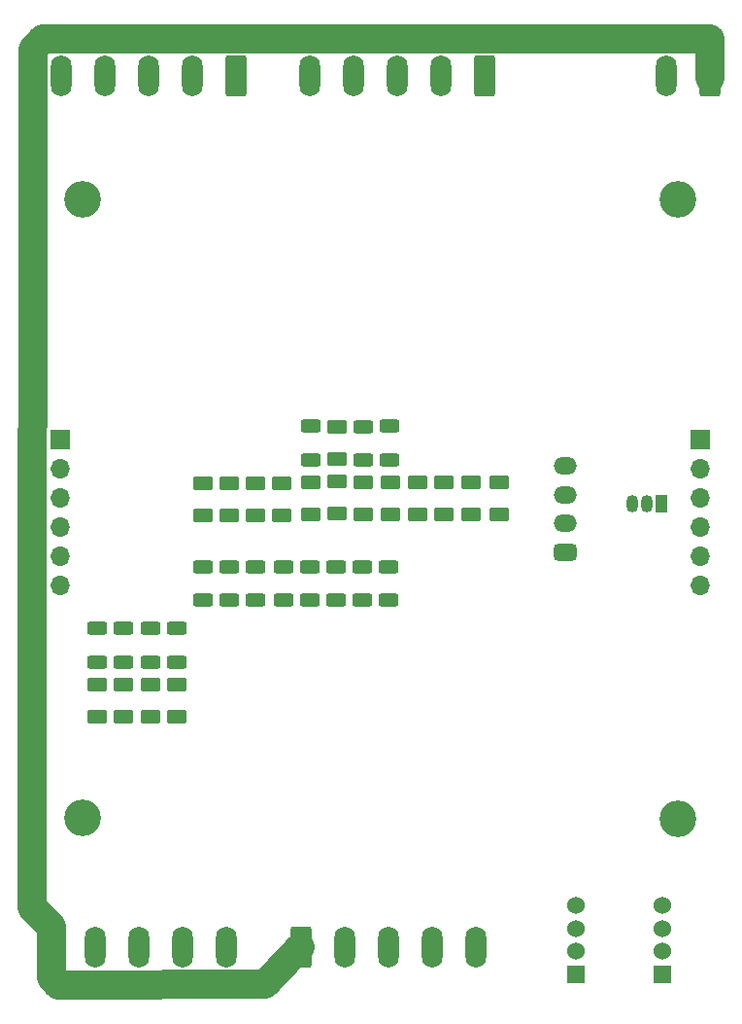
<source format=gbs>
G04 #@! TF.GenerationSoftware,KiCad,Pcbnew,8.0.5*
G04 #@! TF.CreationDate,2024-10-29T22:07:05+01:00*
G04 #@! TF.ProjectId,pwm_i2c,70776d5f-6932-4632-9e6b-696361645f70,rev?*
G04 #@! TF.SameCoordinates,Original*
G04 #@! TF.FileFunction,Soldermask,Bot*
G04 #@! TF.FilePolarity,Negative*
%FSLAX46Y46*%
G04 Gerber Fmt 4.6, Leading zero omitted, Abs format (unit mm)*
G04 Created by KiCad (PCBNEW 8.0.5) date 2024-10-29 22:07:05*
%MOMM*%
%LPD*%
G01*
G04 APERTURE LIST*
G04 Aperture macros list*
%AMRoundRect*
0 Rectangle with rounded corners*
0 $1 Rounding radius*
0 $2 $3 $4 $5 $6 $7 $8 $9 X,Y pos of 4 corners*
0 Add a 4 corners polygon primitive as box body*
4,1,4,$2,$3,$4,$5,$6,$7,$8,$9,$2,$3,0*
0 Add four circle primitives for the rounded corners*
1,1,$1+$1,$2,$3*
1,1,$1+$1,$4,$5*
1,1,$1+$1,$6,$7*
1,1,$1+$1,$8,$9*
0 Add four rect primitives between the rounded corners*
20,1,$1+$1,$2,$3,$4,$5,0*
20,1,$1+$1,$4,$5,$6,$7,0*
20,1,$1+$1,$6,$7,$8,$9,0*
20,1,$1+$1,$8,$9,$2,$3,0*%
G04 Aperture macros list end*
%ADD10C,2.500000*%
%ADD11R,1.524000X1.524000*%
%ADD12C,1.524000*%
%ADD13R,1.700000X1.700000*%
%ADD14O,1.700000X1.700000*%
%ADD15RoundRect,0.250000X0.650000X1.550000X-0.650000X1.550000X-0.650000X-1.550000X0.650000X-1.550000X0*%
%ADD16O,1.800000X3.600000*%
%ADD17RoundRect,0.250000X-0.650000X-1.550000X0.650000X-1.550000X0.650000X1.550000X-0.650000X1.550000X0*%
%ADD18C,3.200000*%
%ADD19R,1.050000X1.500000*%
%ADD20O,1.050000X1.500000*%
%ADD21RoundRect,0.375000X0.625000X-0.375000X0.625000X0.375000X-0.625000X0.375000X-0.625000X-0.375000X0*%
%ADD22O,2.000000X1.500000*%
%ADD23RoundRect,0.250000X0.625000X-0.375000X0.625000X0.375000X-0.625000X0.375000X-0.625000X-0.375000X0*%
%ADD24RoundRect,0.250000X-0.625000X0.375000X-0.625000X-0.375000X0.625000X-0.375000X0.625000X0.375000X0*%
%ADD25RoundRect,0.250000X0.625000X-0.312500X0.625000X0.312500X-0.625000X0.312500X-0.625000X-0.312500X0*%
%ADD26RoundRect,0.250000X-0.625000X0.312500X-0.625000X-0.312500X0.625000X-0.312500X0.625000X0.312500X0*%
G04 APERTURE END LIST*
D10*
X52900000Y-100700000D02*
X54600000Y-102400000D01*
X54600000Y-106800000D02*
X55200000Y-107500000D01*
X55200000Y-107500000D02*
X73200000Y-107400000D01*
X53000000Y-26000000D02*
X53799991Y-25099991D01*
X53000000Y-26000000D02*
X52900000Y-92500000D01*
X112000000Y-28500000D02*
X112000000Y-25100000D01*
X54600000Y-102400000D02*
X54600000Y-106800000D01*
X112000000Y-25100000D02*
X53800000Y-25100000D01*
X52900000Y-92500000D02*
X52900000Y-100700000D01*
X73200000Y-107400000D02*
X76300000Y-104200000D01*
D11*
X107850000Y-106550000D03*
D12*
X107850000Y-104550000D03*
X107850000Y-102550000D03*
X107850000Y-100550000D03*
D13*
X55375000Y-59975000D03*
D14*
X55375000Y-62515000D03*
X55375000Y-65055000D03*
X55375000Y-67595000D03*
X55375000Y-70135000D03*
X55375000Y-72675000D03*
D15*
X92390000Y-28350000D03*
D16*
X88580000Y-28350000D03*
X84770000Y-28350000D03*
X80960000Y-28350000D03*
X77150000Y-28350000D03*
D13*
X111125000Y-59975000D03*
D14*
X111125000Y-62515000D03*
X111125000Y-65055000D03*
X111125000Y-67595000D03*
X111125000Y-70135000D03*
X111125000Y-72675000D03*
D17*
X54610000Y-104150000D03*
D16*
X58420000Y-104150000D03*
X62230000Y-104150000D03*
X66040000Y-104150000D03*
X69850000Y-104150000D03*
D18*
X109200000Y-39100000D03*
D11*
X100315000Y-106550000D03*
D12*
X100315000Y-104550000D03*
X100315000Y-102550000D03*
X100315000Y-100550000D03*
D19*
X107740000Y-65600000D03*
D20*
X106470000Y-65600000D03*
X105200000Y-65600000D03*
D18*
X57300000Y-39100000D03*
D21*
X99400000Y-69800000D03*
D22*
X99400000Y-67300000D03*
X99400000Y-64800000D03*
X99400000Y-62300000D03*
D18*
X57335393Y-92953512D03*
X109200000Y-93000000D03*
D15*
X70725000Y-28350000D03*
D16*
X66915000Y-28350000D03*
X63105000Y-28350000D03*
X59295000Y-28350000D03*
X55485000Y-28350000D03*
D15*
X112010000Y-28350000D03*
D16*
X108200000Y-28350000D03*
D17*
X76385000Y-104150000D03*
D16*
X80195000Y-104150000D03*
X84005000Y-104150000D03*
X87815000Y-104150000D03*
X91625000Y-104150000D03*
D23*
X79500000Y-61700000D03*
X79500000Y-58900000D03*
X63200000Y-84137500D03*
X63200000Y-81337500D03*
D24*
X91200000Y-63700000D03*
X91200000Y-66500000D03*
X88800000Y-63700000D03*
X88800000Y-66500000D03*
X67800000Y-63800000D03*
X67800000Y-66600000D03*
X86500000Y-63700000D03*
X86500000Y-66500000D03*
D23*
X77200000Y-66500000D03*
X77200000Y-63700000D03*
X58600000Y-84100000D03*
X58600000Y-81300000D03*
X79500000Y-66400000D03*
X79500000Y-63600000D03*
D25*
X84100000Y-61762500D03*
X84100000Y-58837500D03*
D26*
X72400000Y-71075000D03*
X72400000Y-74000000D03*
X79400000Y-71075000D03*
X79400000Y-74000000D03*
D25*
X65500000Y-79362500D03*
X65500000Y-76437500D03*
D26*
X70100000Y-71075000D03*
X70100000Y-74000000D03*
X84000000Y-71075000D03*
X84000000Y-74000000D03*
D25*
X58600000Y-79362500D03*
X58600000Y-76437500D03*
D23*
X65500000Y-84137500D03*
X65500000Y-81337500D03*
D24*
X93600000Y-63700000D03*
X93600000Y-66500000D03*
D26*
X77100000Y-71075000D03*
X77100000Y-74000000D03*
D23*
X81800000Y-66500000D03*
X81800000Y-63700000D03*
D25*
X81787532Y-61771015D03*
X81787532Y-58846015D03*
D24*
X72400000Y-63800000D03*
X72400000Y-66600000D03*
D26*
X74800000Y-71037500D03*
X74800000Y-73962500D03*
D25*
X60900000Y-79362500D03*
X60900000Y-76437500D03*
D24*
X70100000Y-63800000D03*
X70100000Y-66600000D03*
X74700000Y-63800000D03*
X74700000Y-66600000D03*
D25*
X77195001Y-61765007D03*
X77195001Y-58840007D03*
D23*
X84105338Y-66496645D03*
X84105338Y-63696645D03*
X60900000Y-84100000D03*
X60900000Y-81300000D03*
D26*
X67800000Y-71075000D03*
X67800000Y-74000000D03*
X81700000Y-71075000D03*
X81700000Y-74000000D03*
D25*
X63200000Y-79362500D03*
X63200000Y-76437500D03*
M02*

</source>
